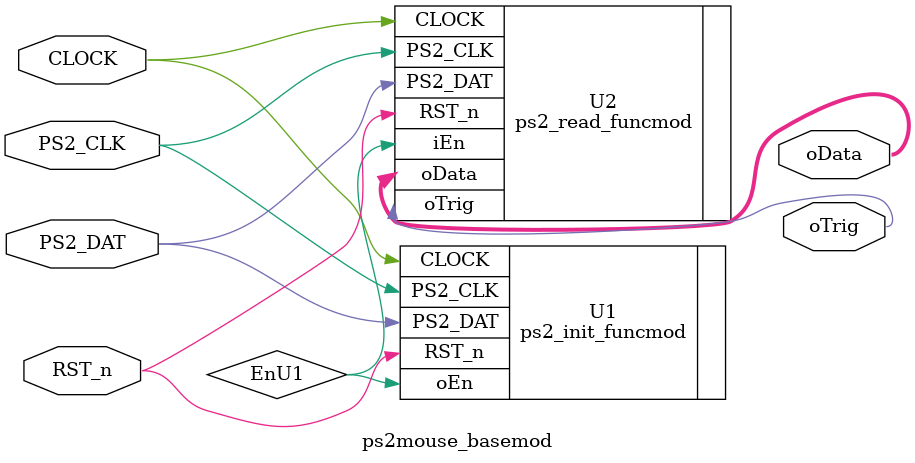
<source format=v>
module ps2mouse_basemod	
(
     input CLOCK, RST_n,
	 inout PS2_CLK, PS2_DAT,
	 output oTrig,
     output [31:0]oData
);
    wire EnU1;

     ps2_init_funcmod U1
	 (
	     .CLOCK( CLOCK ),
		  .RST_n( RST_n ),
		  .PS2_CLK( PS2_CLK ), // < top
		  .PS2_DAT( PS2_DAT ), // < top
		  .oEn( EnU1 ) // > U2
	 );
	 
	  ps2_read_funcmod U2
	 (
	     .CLOCK( CLOCK ),
		  .RST_n( RST_n ),
		  .PS2_CLK( PS2_CLK ), // < top
		  .PS2_DAT( PS2_DAT ), // < top
		  .iEn( EnU1 ),       // < U1
		  .oTrig( oTrig ),    // > Top
		  .oData( oData )   // > Top
	 );
		 		     
endmodule

</source>
